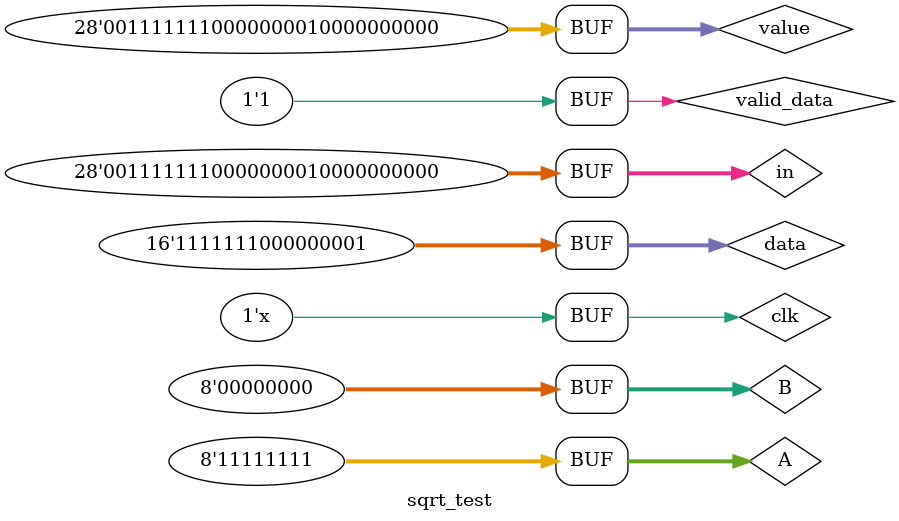
<source format=sv>
`timescale 1ns / 1ps


module sqrt_test();
  logic clk, valid_data, valid_out;
  logic [27:0] in;
  logic [14:0] out;

  logic [7:0] A,B;
  logic [15:0] data;
  logic [27:0] value;

  assign data = (A-B)*(A-B);

  cordic_0 TEST (
  .aclk(clk),                                        // input wire aclk
  .s_axis_cartesian_tvalid(valid_data),  // input wire s_axis_cartesian_tvalid
  .s_axis_cartesian_tdata(in),    // input wire [15 : 0] s_axis_cartesian_tdata
  .m_axis_dout_tvalid(valid_out),            // output wire m_axis_dout_tvalid
  .m_axis_dout_tdata(out)              // output wire [15 : 0] m_axis_dout_tdata
  );

  always #5 clk = ~clk;
  initial begin
    clk = 1'b0;
    A = 'd255;
    B = 'd0;
    value = 'd0;
    #10
    value = data * 1024;
    #10
    in = value;
    valid_data = 1'b1;
  end

endmodule

</source>
